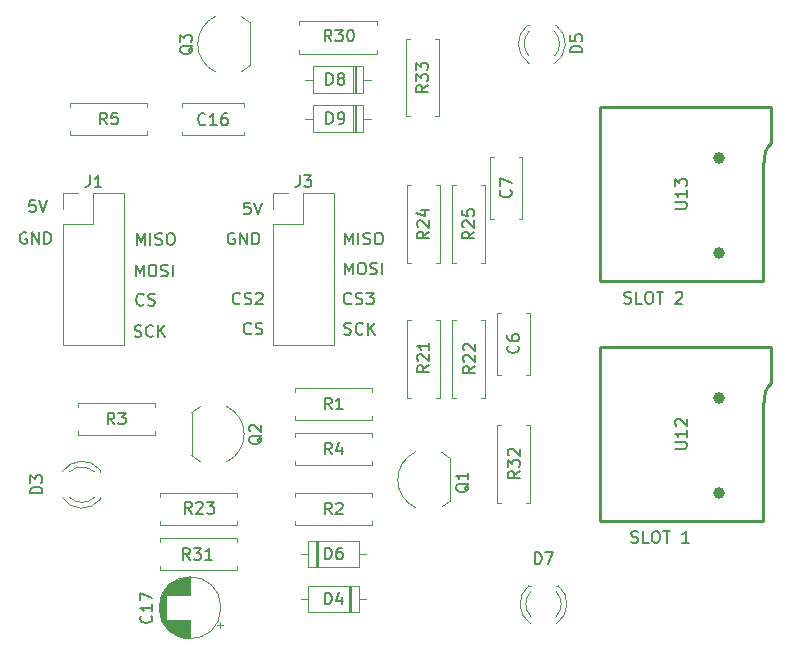
<source format=gbr>
%TF.GenerationSoftware,KiCad,Pcbnew,(6.0.2)*%
%TF.CreationDate,2022-07-07T23:12:26-05:00*%
%TF.ProjectId,ExtCard,45787443-6172-4642-9e6b-696361645f70,rev?*%
%TF.SameCoordinates,Original*%
%TF.FileFunction,Legend,Top*%
%TF.FilePolarity,Positive*%
%FSLAX46Y46*%
G04 Gerber Fmt 4.6, Leading zero omitted, Abs format (unit mm)*
G04 Created by KiCad (PCBNEW (6.0.2)) date 2022-07-07 23:12:26*
%MOMM*%
%LPD*%
G01*
G04 APERTURE LIST*
%ADD10C,0.150000*%
%ADD11C,0.120000*%
%ADD12C,0.250000*%
%ADD13C,1.000000*%
G04 APERTURE END LIST*
D10*
X85467142Y-111537142D02*
X85419523Y-111584761D01*
X85276666Y-111632380D01*
X85181428Y-111632380D01*
X85038571Y-111584761D01*
X84943333Y-111489523D01*
X84895714Y-111394285D01*
X84848095Y-111203809D01*
X84848095Y-111060952D01*
X84895714Y-110870476D01*
X84943333Y-110775238D01*
X85038571Y-110680000D01*
X85181428Y-110632380D01*
X85276666Y-110632380D01*
X85419523Y-110680000D01*
X85467142Y-110727619D01*
X85848095Y-111584761D02*
X85990952Y-111632380D01*
X86229047Y-111632380D01*
X86324285Y-111584761D01*
X86371904Y-111537142D01*
X86419523Y-111441904D01*
X86419523Y-111346666D01*
X86371904Y-111251428D01*
X86324285Y-111203809D01*
X86229047Y-111156190D01*
X86038571Y-111108571D01*
X85943333Y-111060952D01*
X85895714Y-111013333D01*
X85848095Y-110918095D01*
X85848095Y-110822857D01*
X85895714Y-110727619D01*
X85943333Y-110680000D01*
X86038571Y-110632380D01*
X86276666Y-110632380D01*
X86419523Y-110680000D01*
X86800476Y-110727619D02*
X86848095Y-110680000D01*
X86943333Y-110632380D01*
X87181428Y-110632380D01*
X87276666Y-110680000D01*
X87324285Y-110727619D01*
X87371904Y-110822857D01*
X87371904Y-110918095D01*
X87324285Y-111060952D01*
X86752857Y-111632380D01*
X87371904Y-111632380D01*
X94877142Y-111527142D02*
X94829523Y-111574761D01*
X94686666Y-111622380D01*
X94591428Y-111622380D01*
X94448571Y-111574761D01*
X94353333Y-111479523D01*
X94305714Y-111384285D01*
X94258095Y-111193809D01*
X94258095Y-111050952D01*
X94305714Y-110860476D01*
X94353333Y-110765238D01*
X94448571Y-110670000D01*
X94591428Y-110622380D01*
X94686666Y-110622380D01*
X94829523Y-110670000D01*
X94877142Y-110717619D01*
X95258095Y-111574761D02*
X95400952Y-111622380D01*
X95639047Y-111622380D01*
X95734285Y-111574761D01*
X95781904Y-111527142D01*
X95829523Y-111431904D01*
X95829523Y-111336666D01*
X95781904Y-111241428D01*
X95734285Y-111193809D01*
X95639047Y-111146190D01*
X95448571Y-111098571D01*
X95353333Y-111050952D01*
X95305714Y-111003333D01*
X95258095Y-110908095D01*
X95258095Y-110812857D01*
X95305714Y-110717619D01*
X95353333Y-110670000D01*
X95448571Y-110622380D01*
X95686666Y-110622380D01*
X95829523Y-110670000D01*
X96162857Y-110622380D02*
X96781904Y-110622380D01*
X96448571Y-111003333D01*
X96591428Y-111003333D01*
X96686666Y-111050952D01*
X96734285Y-111098571D01*
X96781904Y-111193809D01*
X96781904Y-111431904D01*
X96734285Y-111527142D01*
X96686666Y-111574761D01*
X96591428Y-111622380D01*
X96305714Y-111622380D01*
X96210476Y-111574761D01*
X96162857Y-111527142D01*
X94294285Y-114134761D02*
X94437142Y-114182380D01*
X94675238Y-114182380D01*
X94770476Y-114134761D01*
X94818095Y-114087142D01*
X94865714Y-113991904D01*
X94865714Y-113896666D01*
X94818095Y-113801428D01*
X94770476Y-113753809D01*
X94675238Y-113706190D01*
X94484761Y-113658571D01*
X94389523Y-113610952D01*
X94341904Y-113563333D01*
X94294285Y-113468095D01*
X94294285Y-113372857D01*
X94341904Y-113277619D01*
X94389523Y-113230000D01*
X94484761Y-113182380D01*
X94722857Y-113182380D01*
X94865714Y-113230000D01*
X95865714Y-114087142D02*
X95818095Y-114134761D01*
X95675238Y-114182380D01*
X95580000Y-114182380D01*
X95437142Y-114134761D01*
X95341904Y-114039523D01*
X95294285Y-113944285D01*
X95246666Y-113753809D01*
X95246666Y-113610952D01*
X95294285Y-113420476D01*
X95341904Y-113325238D01*
X95437142Y-113230000D01*
X95580000Y-113182380D01*
X95675238Y-113182380D01*
X95818095Y-113230000D01*
X95865714Y-113277619D01*
X96294285Y-114182380D02*
X96294285Y-113182380D01*
X96865714Y-114182380D02*
X96437142Y-113610952D01*
X96865714Y-113182380D02*
X96294285Y-113753809D01*
X86413333Y-114077142D02*
X86365714Y-114124761D01*
X86222857Y-114172380D01*
X86127619Y-114172380D01*
X85984761Y-114124761D01*
X85889523Y-114029523D01*
X85841904Y-113934285D01*
X85794285Y-113743809D01*
X85794285Y-113600952D01*
X85841904Y-113410476D01*
X85889523Y-113315238D01*
X85984761Y-113220000D01*
X86127619Y-113172380D01*
X86222857Y-113172380D01*
X86365714Y-113220000D01*
X86413333Y-113267619D01*
X86794285Y-114124761D02*
X86937142Y-114172380D01*
X87175238Y-114172380D01*
X87270476Y-114124761D01*
X87318095Y-114077142D01*
X87365714Y-113981904D01*
X87365714Y-113886666D01*
X87318095Y-113791428D01*
X87270476Y-113743809D01*
X87175238Y-113696190D01*
X86984761Y-113648571D01*
X86889523Y-113600952D01*
X86841904Y-113553333D01*
X86794285Y-113458095D01*
X86794285Y-113362857D01*
X86841904Y-113267619D01*
X86889523Y-113220000D01*
X86984761Y-113172380D01*
X87222857Y-113172380D01*
X87365714Y-113220000D01*
X118577619Y-131764761D02*
X118720476Y-131812380D01*
X118958571Y-131812380D01*
X119053809Y-131764761D01*
X119101428Y-131717142D01*
X119149047Y-131621904D01*
X119149047Y-131526666D01*
X119101428Y-131431428D01*
X119053809Y-131383809D01*
X118958571Y-131336190D01*
X118768095Y-131288571D01*
X118672857Y-131240952D01*
X118625238Y-131193333D01*
X118577619Y-131098095D01*
X118577619Y-131002857D01*
X118625238Y-130907619D01*
X118672857Y-130860000D01*
X118768095Y-130812380D01*
X119006190Y-130812380D01*
X119149047Y-130860000D01*
X120053809Y-131812380D02*
X119577619Y-131812380D01*
X119577619Y-130812380D01*
X120577619Y-130812380D02*
X120768095Y-130812380D01*
X120863333Y-130860000D01*
X120958571Y-130955238D01*
X121006190Y-131145714D01*
X121006190Y-131479047D01*
X120958571Y-131669523D01*
X120863333Y-131764761D01*
X120768095Y-131812380D01*
X120577619Y-131812380D01*
X120482380Y-131764761D01*
X120387142Y-131669523D01*
X120339523Y-131479047D01*
X120339523Y-131145714D01*
X120387142Y-130955238D01*
X120482380Y-130860000D01*
X120577619Y-130812380D01*
X121291904Y-130812380D02*
X121863333Y-130812380D01*
X121577619Y-131812380D02*
X121577619Y-130812380D01*
X123482380Y-131812380D02*
X122910952Y-131812380D01*
X123196666Y-131812380D02*
X123196666Y-130812380D01*
X123101428Y-130955238D01*
X123006190Y-131050476D01*
X122910952Y-131098095D01*
X76628571Y-109252380D02*
X76628571Y-108252380D01*
X76961904Y-108966666D01*
X77295238Y-108252380D01*
X77295238Y-109252380D01*
X77961904Y-108252380D02*
X78152380Y-108252380D01*
X78247619Y-108300000D01*
X78342857Y-108395238D01*
X78390476Y-108585714D01*
X78390476Y-108919047D01*
X78342857Y-109109523D01*
X78247619Y-109204761D01*
X78152380Y-109252380D01*
X77961904Y-109252380D01*
X77866666Y-109204761D01*
X77771428Y-109109523D01*
X77723809Y-108919047D01*
X77723809Y-108585714D01*
X77771428Y-108395238D01*
X77866666Y-108300000D01*
X77961904Y-108252380D01*
X78771428Y-109204761D02*
X78914285Y-109252380D01*
X79152380Y-109252380D01*
X79247619Y-109204761D01*
X79295238Y-109157142D01*
X79342857Y-109061904D01*
X79342857Y-108966666D01*
X79295238Y-108871428D01*
X79247619Y-108823809D01*
X79152380Y-108776190D01*
X78961904Y-108728571D01*
X78866666Y-108680952D01*
X78819047Y-108633333D01*
X78771428Y-108538095D01*
X78771428Y-108442857D01*
X78819047Y-108347619D01*
X78866666Y-108300000D01*
X78961904Y-108252380D01*
X79200000Y-108252380D01*
X79342857Y-108300000D01*
X79771428Y-109252380D02*
X79771428Y-108252380D01*
X76738571Y-106602380D02*
X76738571Y-105602380D01*
X77071904Y-106316666D01*
X77405238Y-105602380D01*
X77405238Y-106602380D01*
X77881428Y-106602380D02*
X77881428Y-105602380D01*
X78310000Y-106554761D02*
X78452857Y-106602380D01*
X78690952Y-106602380D01*
X78786190Y-106554761D01*
X78833809Y-106507142D01*
X78881428Y-106411904D01*
X78881428Y-106316666D01*
X78833809Y-106221428D01*
X78786190Y-106173809D01*
X78690952Y-106126190D01*
X78500476Y-106078571D01*
X78405238Y-106030952D01*
X78357619Y-105983333D01*
X78310000Y-105888095D01*
X78310000Y-105792857D01*
X78357619Y-105697619D01*
X78405238Y-105650000D01*
X78500476Y-105602380D01*
X78738571Y-105602380D01*
X78881428Y-105650000D01*
X79500476Y-105602380D02*
X79690952Y-105602380D01*
X79786190Y-105650000D01*
X79881428Y-105745238D01*
X79929047Y-105935714D01*
X79929047Y-106269047D01*
X79881428Y-106459523D01*
X79786190Y-106554761D01*
X79690952Y-106602380D01*
X79500476Y-106602380D01*
X79405238Y-106554761D01*
X79310000Y-106459523D01*
X79262380Y-106269047D01*
X79262380Y-105935714D01*
X79310000Y-105745238D01*
X79405238Y-105650000D01*
X79500476Y-105602380D01*
X67388095Y-105540000D02*
X67292857Y-105492380D01*
X67150000Y-105492380D01*
X67007142Y-105540000D01*
X66911904Y-105635238D01*
X66864285Y-105730476D01*
X66816666Y-105920952D01*
X66816666Y-106063809D01*
X66864285Y-106254285D01*
X66911904Y-106349523D01*
X67007142Y-106444761D01*
X67150000Y-106492380D01*
X67245238Y-106492380D01*
X67388095Y-106444761D01*
X67435714Y-106397142D01*
X67435714Y-106063809D01*
X67245238Y-106063809D01*
X67864285Y-106492380D02*
X67864285Y-105492380D01*
X68435714Y-106492380D01*
X68435714Y-105492380D01*
X68911904Y-106492380D02*
X68911904Y-105492380D01*
X69150000Y-105492380D01*
X69292857Y-105540000D01*
X69388095Y-105635238D01*
X69435714Y-105730476D01*
X69483333Y-105920952D01*
X69483333Y-106063809D01*
X69435714Y-106254285D01*
X69388095Y-106349523D01*
X69292857Y-106444761D01*
X69150000Y-106492380D01*
X68911904Y-106492380D01*
X76534285Y-114334761D02*
X76677142Y-114382380D01*
X76915238Y-114382380D01*
X77010476Y-114334761D01*
X77058095Y-114287142D01*
X77105714Y-114191904D01*
X77105714Y-114096666D01*
X77058095Y-114001428D01*
X77010476Y-113953809D01*
X76915238Y-113906190D01*
X76724761Y-113858571D01*
X76629523Y-113810952D01*
X76581904Y-113763333D01*
X76534285Y-113668095D01*
X76534285Y-113572857D01*
X76581904Y-113477619D01*
X76629523Y-113430000D01*
X76724761Y-113382380D01*
X76962857Y-113382380D01*
X77105714Y-113430000D01*
X78105714Y-114287142D02*
X78058095Y-114334761D01*
X77915238Y-114382380D01*
X77820000Y-114382380D01*
X77677142Y-114334761D01*
X77581904Y-114239523D01*
X77534285Y-114144285D01*
X77486666Y-113953809D01*
X77486666Y-113810952D01*
X77534285Y-113620476D01*
X77581904Y-113525238D01*
X77677142Y-113430000D01*
X77820000Y-113382380D01*
X77915238Y-113382380D01*
X78058095Y-113430000D01*
X78105714Y-113477619D01*
X78534285Y-114382380D02*
X78534285Y-113382380D01*
X79105714Y-114382380D02*
X78677142Y-113810952D01*
X79105714Y-113382380D02*
X78534285Y-113953809D01*
X118017619Y-111504761D02*
X118160476Y-111552380D01*
X118398571Y-111552380D01*
X118493809Y-111504761D01*
X118541428Y-111457142D01*
X118589047Y-111361904D01*
X118589047Y-111266666D01*
X118541428Y-111171428D01*
X118493809Y-111123809D01*
X118398571Y-111076190D01*
X118208095Y-111028571D01*
X118112857Y-110980952D01*
X118065238Y-110933333D01*
X118017619Y-110838095D01*
X118017619Y-110742857D01*
X118065238Y-110647619D01*
X118112857Y-110600000D01*
X118208095Y-110552380D01*
X118446190Y-110552380D01*
X118589047Y-110600000D01*
X119493809Y-111552380D02*
X119017619Y-111552380D01*
X119017619Y-110552380D01*
X120017619Y-110552380D02*
X120208095Y-110552380D01*
X120303333Y-110600000D01*
X120398571Y-110695238D01*
X120446190Y-110885714D01*
X120446190Y-111219047D01*
X120398571Y-111409523D01*
X120303333Y-111504761D01*
X120208095Y-111552380D01*
X120017619Y-111552380D01*
X119922380Y-111504761D01*
X119827142Y-111409523D01*
X119779523Y-111219047D01*
X119779523Y-110885714D01*
X119827142Y-110695238D01*
X119922380Y-110600000D01*
X120017619Y-110552380D01*
X120731904Y-110552380D02*
X121303333Y-110552380D01*
X121017619Y-111552380D02*
X121017619Y-110552380D01*
X122350952Y-110647619D02*
X122398571Y-110600000D01*
X122493809Y-110552380D01*
X122731904Y-110552380D01*
X122827142Y-110600000D01*
X122874761Y-110647619D01*
X122922380Y-110742857D01*
X122922380Y-110838095D01*
X122874761Y-110980952D01*
X122303333Y-111552380D01*
X122922380Y-111552380D01*
X94348571Y-109092380D02*
X94348571Y-108092380D01*
X94681904Y-108806666D01*
X95015238Y-108092380D01*
X95015238Y-109092380D01*
X95681904Y-108092380D02*
X95872380Y-108092380D01*
X95967619Y-108140000D01*
X96062857Y-108235238D01*
X96110476Y-108425714D01*
X96110476Y-108759047D01*
X96062857Y-108949523D01*
X95967619Y-109044761D01*
X95872380Y-109092380D01*
X95681904Y-109092380D01*
X95586666Y-109044761D01*
X95491428Y-108949523D01*
X95443809Y-108759047D01*
X95443809Y-108425714D01*
X95491428Y-108235238D01*
X95586666Y-108140000D01*
X95681904Y-108092380D01*
X96491428Y-109044761D02*
X96634285Y-109092380D01*
X96872380Y-109092380D01*
X96967619Y-109044761D01*
X97015238Y-108997142D01*
X97062857Y-108901904D01*
X97062857Y-108806666D01*
X97015238Y-108711428D01*
X96967619Y-108663809D01*
X96872380Y-108616190D01*
X96681904Y-108568571D01*
X96586666Y-108520952D01*
X96539047Y-108473333D01*
X96491428Y-108378095D01*
X96491428Y-108282857D01*
X96539047Y-108187619D01*
X96586666Y-108140000D01*
X96681904Y-108092380D01*
X96920000Y-108092380D01*
X97062857Y-108140000D01*
X97491428Y-109092380D02*
X97491428Y-108092380D01*
X94348571Y-106552380D02*
X94348571Y-105552380D01*
X94681904Y-106266666D01*
X95015238Y-105552380D01*
X95015238Y-106552380D01*
X95491428Y-106552380D02*
X95491428Y-105552380D01*
X95920000Y-106504761D02*
X96062857Y-106552380D01*
X96300952Y-106552380D01*
X96396190Y-106504761D01*
X96443809Y-106457142D01*
X96491428Y-106361904D01*
X96491428Y-106266666D01*
X96443809Y-106171428D01*
X96396190Y-106123809D01*
X96300952Y-106076190D01*
X96110476Y-106028571D01*
X96015238Y-105980952D01*
X95967619Y-105933333D01*
X95920000Y-105838095D01*
X95920000Y-105742857D01*
X95967619Y-105647619D01*
X96015238Y-105600000D01*
X96110476Y-105552380D01*
X96348571Y-105552380D01*
X96491428Y-105600000D01*
X97110476Y-105552380D02*
X97300952Y-105552380D01*
X97396190Y-105600000D01*
X97491428Y-105695238D01*
X97539047Y-105885714D01*
X97539047Y-106219047D01*
X97491428Y-106409523D01*
X97396190Y-106504761D01*
X97300952Y-106552380D01*
X97110476Y-106552380D01*
X97015238Y-106504761D01*
X96920000Y-106409523D01*
X96872380Y-106219047D01*
X96872380Y-105885714D01*
X96920000Y-105695238D01*
X97015238Y-105600000D01*
X97110476Y-105552380D01*
X84998095Y-105600000D02*
X84902857Y-105552380D01*
X84760000Y-105552380D01*
X84617142Y-105600000D01*
X84521904Y-105695238D01*
X84474285Y-105790476D01*
X84426666Y-105980952D01*
X84426666Y-106123809D01*
X84474285Y-106314285D01*
X84521904Y-106409523D01*
X84617142Y-106504761D01*
X84760000Y-106552380D01*
X84855238Y-106552380D01*
X84998095Y-106504761D01*
X85045714Y-106457142D01*
X85045714Y-106123809D01*
X84855238Y-106123809D01*
X85474285Y-106552380D02*
X85474285Y-105552380D01*
X86045714Y-106552380D01*
X86045714Y-105552380D01*
X86521904Y-106552380D02*
X86521904Y-105552380D01*
X86760000Y-105552380D01*
X86902857Y-105600000D01*
X86998095Y-105695238D01*
X87045714Y-105790476D01*
X87093333Y-105980952D01*
X87093333Y-106123809D01*
X87045714Y-106314285D01*
X86998095Y-106409523D01*
X86902857Y-106504761D01*
X86760000Y-106552380D01*
X86521904Y-106552380D01*
X86309523Y-103012380D02*
X85833333Y-103012380D01*
X85785714Y-103488571D01*
X85833333Y-103440952D01*
X85928571Y-103393333D01*
X86166666Y-103393333D01*
X86261904Y-103440952D01*
X86309523Y-103488571D01*
X86357142Y-103583809D01*
X86357142Y-103821904D01*
X86309523Y-103917142D01*
X86261904Y-103964761D01*
X86166666Y-104012380D01*
X85928571Y-104012380D01*
X85833333Y-103964761D01*
X85785714Y-103917142D01*
X86642857Y-103012380D02*
X86976190Y-104012380D01*
X87309523Y-103012380D01*
X68139523Y-102802380D02*
X67663333Y-102802380D01*
X67615714Y-103278571D01*
X67663333Y-103230952D01*
X67758571Y-103183333D01*
X67996666Y-103183333D01*
X68091904Y-103230952D01*
X68139523Y-103278571D01*
X68187142Y-103373809D01*
X68187142Y-103611904D01*
X68139523Y-103707142D01*
X68091904Y-103754761D01*
X67996666Y-103802380D01*
X67758571Y-103802380D01*
X67663333Y-103754761D01*
X67615714Y-103707142D01*
X68472857Y-102802380D02*
X68806190Y-103802380D01*
X69139523Y-102802380D01*
X77303333Y-111627142D02*
X77255714Y-111674761D01*
X77112857Y-111722380D01*
X77017619Y-111722380D01*
X76874761Y-111674761D01*
X76779523Y-111579523D01*
X76731904Y-111484285D01*
X76684285Y-111293809D01*
X76684285Y-111150952D01*
X76731904Y-110960476D01*
X76779523Y-110865238D01*
X76874761Y-110770000D01*
X77017619Y-110722380D01*
X77112857Y-110722380D01*
X77255714Y-110770000D01*
X77303333Y-110817619D01*
X77684285Y-111674761D02*
X77827142Y-111722380D01*
X78065238Y-111722380D01*
X78160476Y-111674761D01*
X78208095Y-111627142D01*
X78255714Y-111531904D01*
X78255714Y-111436666D01*
X78208095Y-111341428D01*
X78160476Y-111293809D01*
X78065238Y-111246190D01*
X77874761Y-111198571D01*
X77779523Y-111150952D01*
X77731904Y-111103333D01*
X77684285Y-111008095D01*
X77684285Y-110912857D01*
X77731904Y-110817619D01*
X77779523Y-110770000D01*
X77874761Y-110722380D01*
X78112857Y-110722380D01*
X78255714Y-110770000D01*
%TO.C,D6*%
X92641904Y-133222380D02*
X92641904Y-132222380D01*
X92880000Y-132222380D01*
X93022857Y-132270000D01*
X93118095Y-132365238D01*
X93165714Y-132460476D01*
X93213333Y-132650952D01*
X93213333Y-132793809D01*
X93165714Y-132984285D01*
X93118095Y-133079523D01*
X93022857Y-133174761D01*
X92880000Y-133222380D01*
X92641904Y-133222380D01*
X94070476Y-132222380D02*
X93880000Y-132222380D01*
X93784761Y-132270000D01*
X93737142Y-132317619D01*
X93641904Y-132460476D01*
X93594285Y-132650952D01*
X93594285Y-133031904D01*
X93641904Y-133127142D01*
X93689523Y-133174761D01*
X93784761Y-133222380D01*
X93975238Y-133222380D01*
X94070476Y-133174761D01*
X94118095Y-133127142D01*
X94165714Y-133031904D01*
X94165714Y-132793809D01*
X94118095Y-132698571D01*
X94070476Y-132650952D01*
X93975238Y-132603333D01*
X93784761Y-132603333D01*
X93689523Y-132650952D01*
X93641904Y-132698571D01*
X93594285Y-132793809D01*
%TO.C,R2*%
X93213333Y-129412380D02*
X92880000Y-128936190D01*
X92641904Y-129412380D02*
X92641904Y-128412380D01*
X93022857Y-128412380D01*
X93118095Y-128460000D01*
X93165714Y-128507619D01*
X93213333Y-128602857D01*
X93213333Y-128745714D01*
X93165714Y-128840952D01*
X93118095Y-128888571D01*
X93022857Y-128936190D01*
X92641904Y-128936190D01*
X93594285Y-128507619D02*
X93641904Y-128460000D01*
X93737142Y-128412380D01*
X93975238Y-128412380D01*
X94070476Y-128460000D01*
X94118095Y-128507619D01*
X94165714Y-128602857D01*
X94165714Y-128698095D01*
X94118095Y-128840952D01*
X93546666Y-129412380D01*
X94165714Y-129412380D01*
%TO.C,R21*%
X101472380Y-116782857D02*
X100996190Y-117116190D01*
X101472380Y-117354285D02*
X100472380Y-117354285D01*
X100472380Y-116973333D01*
X100520000Y-116878095D01*
X100567619Y-116830476D01*
X100662857Y-116782857D01*
X100805714Y-116782857D01*
X100900952Y-116830476D01*
X100948571Y-116878095D01*
X100996190Y-116973333D01*
X100996190Y-117354285D01*
X100567619Y-116401904D02*
X100520000Y-116354285D01*
X100472380Y-116259047D01*
X100472380Y-116020952D01*
X100520000Y-115925714D01*
X100567619Y-115878095D01*
X100662857Y-115830476D01*
X100758095Y-115830476D01*
X100900952Y-115878095D01*
X101472380Y-116449523D01*
X101472380Y-115830476D01*
X101472380Y-114878095D02*
X101472380Y-115449523D01*
X101472380Y-115163809D02*
X100472380Y-115163809D01*
X100615238Y-115259047D01*
X100710476Y-115354285D01*
X100758095Y-115449523D01*
%TO.C,D9*%
X92777904Y-96348380D02*
X92777904Y-95348380D01*
X93016000Y-95348380D01*
X93158857Y-95396000D01*
X93254095Y-95491238D01*
X93301714Y-95586476D01*
X93349333Y-95776952D01*
X93349333Y-95919809D01*
X93301714Y-96110285D01*
X93254095Y-96205523D01*
X93158857Y-96300761D01*
X93016000Y-96348380D01*
X92777904Y-96348380D01*
X93825523Y-96348380D02*
X94016000Y-96348380D01*
X94111238Y-96300761D01*
X94158857Y-96253142D01*
X94254095Y-96110285D01*
X94301714Y-95919809D01*
X94301714Y-95538857D01*
X94254095Y-95443619D01*
X94206476Y-95396000D01*
X94111238Y-95348380D01*
X93920761Y-95348380D01*
X93825523Y-95396000D01*
X93777904Y-95443619D01*
X93730285Y-95538857D01*
X93730285Y-95776952D01*
X93777904Y-95872190D01*
X93825523Y-95919809D01*
X93920761Y-95967428D01*
X94111238Y-95967428D01*
X94206476Y-95919809D01*
X94254095Y-95872190D01*
X94301714Y-95776952D01*
%TO.C,Q2*%
X87327619Y-122705238D02*
X87280000Y-122800476D01*
X87184761Y-122895714D01*
X87041904Y-123038571D01*
X86994285Y-123133809D01*
X86994285Y-123229047D01*
X87232380Y-123181428D02*
X87184761Y-123276666D01*
X87089523Y-123371904D01*
X86899047Y-123419523D01*
X86565714Y-123419523D01*
X86375238Y-123371904D01*
X86280000Y-123276666D01*
X86232380Y-123181428D01*
X86232380Y-122990952D01*
X86280000Y-122895714D01*
X86375238Y-122800476D01*
X86565714Y-122752857D01*
X86899047Y-122752857D01*
X87089523Y-122800476D01*
X87184761Y-122895714D01*
X87232380Y-122990952D01*
X87232380Y-123181428D01*
X86327619Y-122371904D02*
X86280000Y-122324285D01*
X86232380Y-122229047D01*
X86232380Y-121990952D01*
X86280000Y-121895714D01*
X86327619Y-121848095D01*
X86422857Y-121800476D01*
X86518095Y-121800476D01*
X86660952Y-121848095D01*
X87232380Y-122419523D01*
X87232380Y-121800476D01*
%TO.C,D4*%
X92641904Y-137032380D02*
X92641904Y-136032380D01*
X92880000Y-136032380D01*
X93022857Y-136080000D01*
X93118095Y-136175238D01*
X93165714Y-136270476D01*
X93213333Y-136460952D01*
X93213333Y-136603809D01*
X93165714Y-136794285D01*
X93118095Y-136889523D01*
X93022857Y-136984761D01*
X92880000Y-137032380D01*
X92641904Y-137032380D01*
X94070476Y-136365714D02*
X94070476Y-137032380D01*
X93832380Y-135984761D02*
X93594285Y-136699047D01*
X94213333Y-136699047D01*
%TO.C,R31*%
X81207142Y-133252380D02*
X80873809Y-132776190D01*
X80635714Y-133252380D02*
X80635714Y-132252380D01*
X81016666Y-132252380D01*
X81111904Y-132300000D01*
X81159523Y-132347619D01*
X81207142Y-132442857D01*
X81207142Y-132585714D01*
X81159523Y-132680952D01*
X81111904Y-132728571D01*
X81016666Y-132776190D01*
X80635714Y-132776190D01*
X81540476Y-132252380D02*
X82159523Y-132252380D01*
X81826190Y-132633333D01*
X81969047Y-132633333D01*
X82064285Y-132680952D01*
X82111904Y-132728571D01*
X82159523Y-132823809D01*
X82159523Y-133061904D01*
X82111904Y-133157142D01*
X82064285Y-133204761D01*
X81969047Y-133252380D01*
X81683333Y-133252380D01*
X81588095Y-133204761D01*
X81540476Y-133157142D01*
X83111904Y-133252380D02*
X82540476Y-133252380D01*
X82826190Y-133252380D02*
X82826190Y-132252380D01*
X82730952Y-132395238D01*
X82635714Y-132490476D01*
X82540476Y-132538095D01*
%TO.C,D5*%
X114432380Y-90298095D02*
X113432380Y-90298095D01*
X113432380Y-90060000D01*
X113480000Y-89917142D01*
X113575238Y-89821904D01*
X113670476Y-89774285D01*
X113860952Y-89726666D01*
X114003809Y-89726666D01*
X114194285Y-89774285D01*
X114289523Y-89821904D01*
X114384761Y-89917142D01*
X114432380Y-90060000D01*
X114432380Y-90298095D01*
X113432380Y-88821904D02*
X113432380Y-89298095D01*
X113908571Y-89345714D01*
X113860952Y-89298095D01*
X113813333Y-89202857D01*
X113813333Y-88964761D01*
X113860952Y-88869523D01*
X113908571Y-88821904D01*
X114003809Y-88774285D01*
X114241904Y-88774285D01*
X114337142Y-88821904D01*
X114384761Y-88869523D01*
X114432380Y-88964761D01*
X114432380Y-89202857D01*
X114384761Y-89298095D01*
X114337142Y-89345714D01*
%TO.C,C17*%
X77927142Y-137972857D02*
X77974761Y-138020476D01*
X78022380Y-138163333D01*
X78022380Y-138258571D01*
X77974761Y-138401428D01*
X77879523Y-138496666D01*
X77784285Y-138544285D01*
X77593809Y-138591904D01*
X77450952Y-138591904D01*
X77260476Y-138544285D01*
X77165238Y-138496666D01*
X77070000Y-138401428D01*
X77022380Y-138258571D01*
X77022380Y-138163333D01*
X77070000Y-138020476D01*
X77117619Y-137972857D01*
X78022380Y-137020476D02*
X78022380Y-137591904D01*
X78022380Y-137306190D02*
X77022380Y-137306190D01*
X77165238Y-137401428D01*
X77260476Y-137496666D01*
X77308095Y-137591904D01*
X77022380Y-136687142D02*
X77022380Y-136020476D01*
X78022380Y-136449047D01*
%TO.C,Q1*%
X104857619Y-126765238D02*
X104810000Y-126860476D01*
X104714761Y-126955714D01*
X104571904Y-127098571D01*
X104524285Y-127193809D01*
X104524285Y-127289047D01*
X104762380Y-127241428D02*
X104714761Y-127336666D01*
X104619523Y-127431904D01*
X104429047Y-127479523D01*
X104095714Y-127479523D01*
X103905238Y-127431904D01*
X103810000Y-127336666D01*
X103762380Y-127241428D01*
X103762380Y-127050952D01*
X103810000Y-126955714D01*
X103905238Y-126860476D01*
X104095714Y-126812857D01*
X104429047Y-126812857D01*
X104619523Y-126860476D01*
X104714761Y-126955714D01*
X104762380Y-127050952D01*
X104762380Y-127241428D01*
X104762380Y-125860476D02*
X104762380Y-126431904D01*
X104762380Y-126146190D02*
X103762380Y-126146190D01*
X103905238Y-126241428D01*
X104000476Y-126336666D01*
X104048095Y-126431904D01*
%TO.C,J3*%
X90506666Y-100682380D02*
X90506666Y-101396666D01*
X90459047Y-101539523D01*
X90363809Y-101634761D01*
X90220952Y-101682380D01*
X90125714Y-101682380D01*
X90887619Y-100682380D02*
X91506666Y-100682380D01*
X91173333Y-101063333D01*
X91316190Y-101063333D01*
X91411428Y-101110952D01*
X91459047Y-101158571D01*
X91506666Y-101253809D01*
X91506666Y-101491904D01*
X91459047Y-101587142D01*
X91411428Y-101634761D01*
X91316190Y-101682380D01*
X91030476Y-101682380D01*
X90935238Y-101634761D01*
X90887619Y-101587142D01*
%TO.C,R25*%
X105296380Y-105472857D02*
X104820190Y-105806190D01*
X105296380Y-106044285D02*
X104296380Y-106044285D01*
X104296380Y-105663333D01*
X104344000Y-105568095D01*
X104391619Y-105520476D01*
X104486857Y-105472857D01*
X104629714Y-105472857D01*
X104724952Y-105520476D01*
X104772571Y-105568095D01*
X104820190Y-105663333D01*
X104820190Y-106044285D01*
X104391619Y-105091904D02*
X104344000Y-105044285D01*
X104296380Y-104949047D01*
X104296380Y-104710952D01*
X104344000Y-104615714D01*
X104391619Y-104568095D01*
X104486857Y-104520476D01*
X104582095Y-104520476D01*
X104724952Y-104568095D01*
X105296380Y-105139523D01*
X105296380Y-104520476D01*
X104296380Y-103615714D02*
X104296380Y-104091904D01*
X104772571Y-104139523D01*
X104724952Y-104091904D01*
X104677333Y-103996666D01*
X104677333Y-103758571D01*
X104724952Y-103663333D01*
X104772571Y-103615714D01*
X104867809Y-103568095D01*
X105105904Y-103568095D01*
X105201142Y-103615714D01*
X105248761Y-103663333D01*
X105296380Y-103758571D01*
X105296380Y-103996666D01*
X105248761Y-104091904D01*
X105201142Y-104139523D01*
%TO.C,R1*%
X93213333Y-120522380D02*
X92880000Y-120046190D01*
X92641904Y-120522380D02*
X92641904Y-119522380D01*
X93022857Y-119522380D01*
X93118095Y-119570000D01*
X93165714Y-119617619D01*
X93213333Y-119712857D01*
X93213333Y-119855714D01*
X93165714Y-119950952D01*
X93118095Y-119998571D01*
X93022857Y-120046190D01*
X92641904Y-120046190D01*
X94165714Y-120522380D02*
X93594285Y-120522380D01*
X93880000Y-120522380D02*
X93880000Y-119522380D01*
X93784761Y-119665238D01*
X93689523Y-119760476D01*
X93594285Y-119808095D01*
%TO.C,Q3*%
X81477619Y-89685238D02*
X81430000Y-89780476D01*
X81334761Y-89875714D01*
X81191904Y-90018571D01*
X81144285Y-90113809D01*
X81144285Y-90209047D01*
X81382380Y-90161428D02*
X81334761Y-90256666D01*
X81239523Y-90351904D01*
X81049047Y-90399523D01*
X80715714Y-90399523D01*
X80525238Y-90351904D01*
X80430000Y-90256666D01*
X80382380Y-90161428D01*
X80382380Y-89970952D01*
X80430000Y-89875714D01*
X80525238Y-89780476D01*
X80715714Y-89732857D01*
X81049047Y-89732857D01*
X81239523Y-89780476D01*
X81334761Y-89875714D01*
X81382380Y-89970952D01*
X81382380Y-90161428D01*
X80382380Y-89399523D02*
X80382380Y-88780476D01*
X80763333Y-89113809D01*
X80763333Y-88970952D01*
X80810952Y-88875714D01*
X80858571Y-88828095D01*
X80953809Y-88780476D01*
X81191904Y-88780476D01*
X81287142Y-88828095D01*
X81334761Y-88875714D01*
X81382380Y-88970952D01*
X81382380Y-89256666D01*
X81334761Y-89351904D01*
X81287142Y-89399523D01*
%TO.C,U13*%
X122292380Y-103528095D02*
X123101904Y-103528095D01*
X123197142Y-103480476D01*
X123244761Y-103432857D01*
X123292380Y-103337619D01*
X123292380Y-103147142D01*
X123244761Y-103051904D01*
X123197142Y-103004285D01*
X123101904Y-102956666D01*
X122292380Y-102956666D01*
X123292380Y-101956666D02*
X123292380Y-102528095D01*
X123292380Y-102242380D02*
X122292380Y-102242380D01*
X122435238Y-102337619D01*
X122530476Y-102432857D01*
X122578095Y-102528095D01*
X122292380Y-101623333D02*
X122292380Y-101004285D01*
X122673333Y-101337619D01*
X122673333Y-101194761D01*
X122720952Y-101099523D01*
X122768571Y-101051904D01*
X122863809Y-101004285D01*
X123101904Y-101004285D01*
X123197142Y-101051904D01*
X123244761Y-101099523D01*
X123292380Y-101194761D01*
X123292380Y-101480476D01*
X123244761Y-101575714D01*
X123197142Y-101623333D01*
%TO.C,C7*%
X108367142Y-101956666D02*
X108414761Y-102004285D01*
X108462380Y-102147142D01*
X108462380Y-102242380D01*
X108414761Y-102385238D01*
X108319523Y-102480476D01*
X108224285Y-102528095D01*
X108033809Y-102575714D01*
X107890952Y-102575714D01*
X107700476Y-102528095D01*
X107605238Y-102480476D01*
X107510000Y-102385238D01*
X107462380Y-102242380D01*
X107462380Y-102147142D01*
X107510000Y-102004285D01*
X107557619Y-101956666D01*
X107462380Y-101623333D02*
X107462380Y-100956666D01*
X108462380Y-101385238D01*
%TO.C,R5*%
X74163333Y-96392380D02*
X73830000Y-95916190D01*
X73591904Y-96392380D02*
X73591904Y-95392380D01*
X73972857Y-95392380D01*
X74068095Y-95440000D01*
X74115714Y-95487619D01*
X74163333Y-95582857D01*
X74163333Y-95725714D01*
X74115714Y-95820952D01*
X74068095Y-95868571D01*
X73972857Y-95916190D01*
X73591904Y-95916190D01*
X75068095Y-95392380D02*
X74591904Y-95392380D01*
X74544285Y-95868571D01*
X74591904Y-95820952D01*
X74687142Y-95773333D01*
X74925238Y-95773333D01*
X75020476Y-95820952D01*
X75068095Y-95868571D01*
X75115714Y-95963809D01*
X75115714Y-96201904D01*
X75068095Y-96297142D01*
X75020476Y-96344761D01*
X74925238Y-96392380D01*
X74687142Y-96392380D01*
X74591904Y-96344761D01*
X74544285Y-96297142D01*
%TO.C,R32*%
X109142380Y-125732857D02*
X108666190Y-126066190D01*
X109142380Y-126304285D02*
X108142380Y-126304285D01*
X108142380Y-125923333D01*
X108190000Y-125828095D01*
X108237619Y-125780476D01*
X108332857Y-125732857D01*
X108475714Y-125732857D01*
X108570952Y-125780476D01*
X108618571Y-125828095D01*
X108666190Y-125923333D01*
X108666190Y-126304285D01*
X108142380Y-125399523D02*
X108142380Y-124780476D01*
X108523333Y-125113809D01*
X108523333Y-124970952D01*
X108570952Y-124875714D01*
X108618571Y-124828095D01*
X108713809Y-124780476D01*
X108951904Y-124780476D01*
X109047142Y-124828095D01*
X109094761Y-124875714D01*
X109142380Y-124970952D01*
X109142380Y-125256666D01*
X109094761Y-125351904D01*
X109047142Y-125399523D01*
X108237619Y-124399523D02*
X108190000Y-124351904D01*
X108142380Y-124256666D01*
X108142380Y-124018571D01*
X108190000Y-123923333D01*
X108237619Y-123875714D01*
X108332857Y-123828095D01*
X108428095Y-123828095D01*
X108570952Y-123875714D01*
X109142380Y-124447142D01*
X109142380Y-123828095D01*
%TO.C,J1*%
X72726666Y-100682380D02*
X72726666Y-101396666D01*
X72679047Y-101539523D01*
X72583809Y-101634761D01*
X72440952Y-101682380D01*
X72345714Y-101682380D01*
X73726666Y-101682380D02*
X73155238Y-101682380D01*
X73440952Y-101682380D02*
X73440952Y-100682380D01*
X73345714Y-100825238D01*
X73250476Y-100920476D01*
X73155238Y-100968095D01*
%TO.C,R22*%
X105342380Y-116842857D02*
X104866190Y-117176190D01*
X105342380Y-117414285D02*
X104342380Y-117414285D01*
X104342380Y-117033333D01*
X104390000Y-116938095D01*
X104437619Y-116890476D01*
X104532857Y-116842857D01*
X104675714Y-116842857D01*
X104770952Y-116890476D01*
X104818571Y-116938095D01*
X104866190Y-117033333D01*
X104866190Y-117414285D01*
X104437619Y-116461904D02*
X104390000Y-116414285D01*
X104342380Y-116319047D01*
X104342380Y-116080952D01*
X104390000Y-115985714D01*
X104437619Y-115938095D01*
X104532857Y-115890476D01*
X104628095Y-115890476D01*
X104770952Y-115938095D01*
X105342380Y-116509523D01*
X105342380Y-115890476D01*
X104437619Y-115509523D02*
X104390000Y-115461904D01*
X104342380Y-115366666D01*
X104342380Y-115128571D01*
X104390000Y-115033333D01*
X104437619Y-114985714D01*
X104532857Y-114938095D01*
X104628095Y-114938095D01*
X104770952Y-114985714D01*
X105342380Y-115557142D01*
X105342380Y-114938095D01*
%TO.C,R3*%
X74823333Y-121782380D02*
X74490000Y-121306190D01*
X74251904Y-121782380D02*
X74251904Y-120782380D01*
X74632857Y-120782380D01*
X74728095Y-120830000D01*
X74775714Y-120877619D01*
X74823333Y-120972857D01*
X74823333Y-121115714D01*
X74775714Y-121210952D01*
X74728095Y-121258571D01*
X74632857Y-121306190D01*
X74251904Y-121306190D01*
X75156666Y-120782380D02*
X75775714Y-120782380D01*
X75442380Y-121163333D01*
X75585238Y-121163333D01*
X75680476Y-121210952D01*
X75728095Y-121258571D01*
X75775714Y-121353809D01*
X75775714Y-121591904D01*
X75728095Y-121687142D01*
X75680476Y-121734761D01*
X75585238Y-121782380D01*
X75299523Y-121782380D01*
X75204285Y-121734761D01*
X75156666Y-121687142D01*
%TO.C,R4*%
X93213333Y-124332380D02*
X92880000Y-123856190D01*
X92641904Y-124332380D02*
X92641904Y-123332380D01*
X93022857Y-123332380D01*
X93118095Y-123380000D01*
X93165714Y-123427619D01*
X93213333Y-123522857D01*
X93213333Y-123665714D01*
X93165714Y-123760952D01*
X93118095Y-123808571D01*
X93022857Y-123856190D01*
X92641904Y-123856190D01*
X94070476Y-123665714D02*
X94070476Y-124332380D01*
X93832380Y-123284761D02*
X93594285Y-123999047D01*
X94213333Y-123999047D01*
%TO.C,R23*%
X81377142Y-129342380D02*
X81043809Y-128866190D01*
X80805714Y-129342380D02*
X80805714Y-128342380D01*
X81186666Y-128342380D01*
X81281904Y-128390000D01*
X81329523Y-128437619D01*
X81377142Y-128532857D01*
X81377142Y-128675714D01*
X81329523Y-128770952D01*
X81281904Y-128818571D01*
X81186666Y-128866190D01*
X80805714Y-128866190D01*
X81758095Y-128437619D02*
X81805714Y-128390000D01*
X81900952Y-128342380D01*
X82139047Y-128342380D01*
X82234285Y-128390000D01*
X82281904Y-128437619D01*
X82329523Y-128532857D01*
X82329523Y-128628095D01*
X82281904Y-128770952D01*
X81710476Y-129342380D01*
X82329523Y-129342380D01*
X82662857Y-128342380D02*
X83281904Y-128342380D01*
X82948571Y-128723333D01*
X83091428Y-128723333D01*
X83186666Y-128770952D01*
X83234285Y-128818571D01*
X83281904Y-128913809D01*
X83281904Y-129151904D01*
X83234285Y-129247142D01*
X83186666Y-129294761D01*
X83091428Y-129342380D01*
X82805714Y-129342380D01*
X82710476Y-129294761D01*
X82662857Y-129247142D01*
%TO.C,R24*%
X101452380Y-105462857D02*
X100976190Y-105796190D01*
X101452380Y-106034285D02*
X100452380Y-106034285D01*
X100452380Y-105653333D01*
X100500000Y-105558095D01*
X100547619Y-105510476D01*
X100642857Y-105462857D01*
X100785714Y-105462857D01*
X100880952Y-105510476D01*
X100928571Y-105558095D01*
X100976190Y-105653333D01*
X100976190Y-106034285D01*
X100547619Y-105081904D02*
X100500000Y-105034285D01*
X100452380Y-104939047D01*
X100452380Y-104700952D01*
X100500000Y-104605714D01*
X100547619Y-104558095D01*
X100642857Y-104510476D01*
X100738095Y-104510476D01*
X100880952Y-104558095D01*
X101452380Y-105129523D01*
X101452380Y-104510476D01*
X100785714Y-103653333D02*
X101452380Y-103653333D01*
X100404761Y-103891428D02*
X101119047Y-104129523D01*
X101119047Y-103510476D01*
%TO.C,D7*%
X110421904Y-133632380D02*
X110421904Y-132632380D01*
X110660000Y-132632380D01*
X110802857Y-132680000D01*
X110898095Y-132775238D01*
X110945714Y-132870476D01*
X110993333Y-133060952D01*
X110993333Y-133203809D01*
X110945714Y-133394285D01*
X110898095Y-133489523D01*
X110802857Y-133584761D01*
X110660000Y-133632380D01*
X110421904Y-133632380D01*
X111326666Y-132632380D02*
X111993333Y-132632380D01*
X111564761Y-133632380D01*
%TO.C,U12*%
X122292380Y-123848095D02*
X123101904Y-123848095D01*
X123197142Y-123800476D01*
X123244761Y-123752857D01*
X123292380Y-123657619D01*
X123292380Y-123467142D01*
X123244761Y-123371904D01*
X123197142Y-123324285D01*
X123101904Y-123276666D01*
X122292380Y-123276666D01*
X123292380Y-122276666D02*
X123292380Y-122848095D01*
X123292380Y-122562380D02*
X122292380Y-122562380D01*
X122435238Y-122657619D01*
X122530476Y-122752857D01*
X122578095Y-122848095D01*
X122387619Y-121895714D02*
X122340000Y-121848095D01*
X122292380Y-121752857D01*
X122292380Y-121514761D01*
X122340000Y-121419523D01*
X122387619Y-121371904D01*
X122482857Y-121324285D01*
X122578095Y-121324285D01*
X122720952Y-121371904D01*
X123292380Y-121943333D01*
X123292380Y-121324285D01*
%TO.C,C6*%
X108977142Y-115116666D02*
X109024761Y-115164285D01*
X109072380Y-115307142D01*
X109072380Y-115402380D01*
X109024761Y-115545238D01*
X108929523Y-115640476D01*
X108834285Y-115688095D01*
X108643809Y-115735714D01*
X108500952Y-115735714D01*
X108310476Y-115688095D01*
X108215238Y-115640476D01*
X108120000Y-115545238D01*
X108072380Y-115402380D01*
X108072380Y-115307142D01*
X108120000Y-115164285D01*
X108167619Y-115116666D01*
X108072380Y-114259523D02*
X108072380Y-114450000D01*
X108120000Y-114545238D01*
X108167619Y-114592857D01*
X108310476Y-114688095D01*
X108500952Y-114735714D01*
X108881904Y-114735714D01*
X108977142Y-114688095D01*
X109024761Y-114640476D01*
X109072380Y-114545238D01*
X109072380Y-114354761D01*
X109024761Y-114259523D01*
X108977142Y-114211904D01*
X108881904Y-114164285D01*
X108643809Y-114164285D01*
X108548571Y-114211904D01*
X108500952Y-114259523D01*
X108453333Y-114354761D01*
X108453333Y-114545238D01*
X108500952Y-114640476D01*
X108548571Y-114688095D01*
X108643809Y-114735714D01*
%TO.C,D3*%
X68727380Y-127628095D02*
X67727380Y-127628095D01*
X67727380Y-127390000D01*
X67775000Y-127247142D01*
X67870238Y-127151904D01*
X67965476Y-127104285D01*
X68155952Y-127056666D01*
X68298809Y-127056666D01*
X68489285Y-127104285D01*
X68584523Y-127151904D01*
X68679761Y-127247142D01*
X68727380Y-127390000D01*
X68727380Y-127628095D01*
X67727380Y-126723333D02*
X67727380Y-126104285D01*
X68108333Y-126437619D01*
X68108333Y-126294761D01*
X68155952Y-126199523D01*
X68203571Y-126151904D01*
X68298809Y-126104285D01*
X68536904Y-126104285D01*
X68632142Y-126151904D01*
X68679761Y-126199523D01*
X68727380Y-126294761D01*
X68727380Y-126580476D01*
X68679761Y-126675714D01*
X68632142Y-126723333D01*
%TO.C,C16*%
X82537142Y-96355142D02*
X82489523Y-96402761D01*
X82346666Y-96450380D01*
X82251428Y-96450380D01*
X82108571Y-96402761D01*
X82013333Y-96307523D01*
X81965714Y-96212285D01*
X81918095Y-96021809D01*
X81918095Y-95878952D01*
X81965714Y-95688476D01*
X82013333Y-95593238D01*
X82108571Y-95498000D01*
X82251428Y-95450380D01*
X82346666Y-95450380D01*
X82489523Y-95498000D01*
X82537142Y-95545619D01*
X83489523Y-96450380D02*
X82918095Y-96450380D01*
X83203809Y-96450380D02*
X83203809Y-95450380D01*
X83108571Y-95593238D01*
X83013333Y-95688476D01*
X82918095Y-95736095D01*
X84346666Y-95450380D02*
X84156190Y-95450380D01*
X84060952Y-95498000D01*
X84013333Y-95545619D01*
X83918095Y-95688476D01*
X83870476Y-95878952D01*
X83870476Y-96259904D01*
X83918095Y-96355142D01*
X83965714Y-96402761D01*
X84060952Y-96450380D01*
X84251428Y-96450380D01*
X84346666Y-96402761D01*
X84394285Y-96355142D01*
X84441904Y-96259904D01*
X84441904Y-96021809D01*
X84394285Y-95926571D01*
X84346666Y-95878952D01*
X84251428Y-95831333D01*
X84060952Y-95831333D01*
X83965714Y-95878952D01*
X83918095Y-95926571D01*
X83870476Y-96021809D01*
%TO.C,R30*%
X93207142Y-89360380D02*
X92873809Y-88884190D01*
X92635714Y-89360380D02*
X92635714Y-88360380D01*
X93016666Y-88360380D01*
X93111904Y-88408000D01*
X93159523Y-88455619D01*
X93207142Y-88550857D01*
X93207142Y-88693714D01*
X93159523Y-88788952D01*
X93111904Y-88836571D01*
X93016666Y-88884190D01*
X92635714Y-88884190D01*
X93540476Y-88360380D02*
X94159523Y-88360380D01*
X93826190Y-88741333D01*
X93969047Y-88741333D01*
X94064285Y-88788952D01*
X94111904Y-88836571D01*
X94159523Y-88931809D01*
X94159523Y-89169904D01*
X94111904Y-89265142D01*
X94064285Y-89312761D01*
X93969047Y-89360380D01*
X93683333Y-89360380D01*
X93588095Y-89312761D01*
X93540476Y-89265142D01*
X94778571Y-88360380D02*
X94873809Y-88360380D01*
X94969047Y-88408000D01*
X95016666Y-88455619D01*
X95064285Y-88550857D01*
X95111904Y-88741333D01*
X95111904Y-88979428D01*
X95064285Y-89169904D01*
X95016666Y-89265142D01*
X94969047Y-89312761D01*
X94873809Y-89360380D01*
X94778571Y-89360380D01*
X94683333Y-89312761D01*
X94635714Y-89265142D01*
X94588095Y-89169904D01*
X94540476Y-88979428D01*
X94540476Y-88741333D01*
X94588095Y-88550857D01*
X94635714Y-88455619D01*
X94683333Y-88408000D01*
X94778571Y-88360380D01*
%TO.C,D8*%
X92777904Y-93046380D02*
X92777904Y-92046380D01*
X93016000Y-92046380D01*
X93158857Y-92094000D01*
X93254095Y-92189238D01*
X93301714Y-92284476D01*
X93349333Y-92474952D01*
X93349333Y-92617809D01*
X93301714Y-92808285D01*
X93254095Y-92903523D01*
X93158857Y-92998761D01*
X93016000Y-93046380D01*
X92777904Y-93046380D01*
X93920761Y-92474952D02*
X93825523Y-92427333D01*
X93777904Y-92379714D01*
X93730285Y-92284476D01*
X93730285Y-92236857D01*
X93777904Y-92141619D01*
X93825523Y-92094000D01*
X93920761Y-92046380D01*
X94111238Y-92046380D01*
X94206476Y-92094000D01*
X94254095Y-92141619D01*
X94301714Y-92236857D01*
X94301714Y-92284476D01*
X94254095Y-92379714D01*
X94206476Y-92427333D01*
X94111238Y-92474952D01*
X93920761Y-92474952D01*
X93825523Y-92522571D01*
X93777904Y-92570190D01*
X93730285Y-92665428D01*
X93730285Y-92855904D01*
X93777904Y-92951142D01*
X93825523Y-92998761D01*
X93920761Y-93046380D01*
X94111238Y-93046380D01*
X94206476Y-92998761D01*
X94254095Y-92951142D01*
X94301714Y-92855904D01*
X94301714Y-92665428D01*
X94254095Y-92570190D01*
X94206476Y-92522571D01*
X94111238Y-92474952D01*
%TO.C,R33*%
X101382380Y-93072857D02*
X100906190Y-93406190D01*
X101382380Y-93644285D02*
X100382380Y-93644285D01*
X100382380Y-93263333D01*
X100430000Y-93168095D01*
X100477619Y-93120476D01*
X100572857Y-93072857D01*
X100715714Y-93072857D01*
X100810952Y-93120476D01*
X100858571Y-93168095D01*
X100906190Y-93263333D01*
X100906190Y-93644285D01*
X100382380Y-92739523D02*
X100382380Y-92120476D01*
X100763333Y-92453809D01*
X100763333Y-92310952D01*
X100810952Y-92215714D01*
X100858571Y-92168095D01*
X100953809Y-92120476D01*
X101191904Y-92120476D01*
X101287142Y-92168095D01*
X101334761Y-92215714D01*
X101382380Y-92310952D01*
X101382380Y-92596666D01*
X101334761Y-92691904D01*
X101287142Y-92739523D01*
X100382380Y-91787142D02*
X100382380Y-91168095D01*
X100763333Y-91501428D01*
X100763333Y-91358571D01*
X100810952Y-91263333D01*
X100858571Y-91215714D01*
X100953809Y-91168095D01*
X101191904Y-91168095D01*
X101287142Y-91215714D01*
X101334761Y-91263333D01*
X101382380Y-91358571D01*
X101382380Y-91644285D01*
X101334761Y-91739523D01*
X101287142Y-91787142D01*
D11*
%TO.C,D6*%
X91980000Y-131650000D02*
X91980000Y-133890000D01*
X95500000Y-131650000D02*
X91260000Y-131650000D01*
X91260000Y-131650000D02*
X91260000Y-133890000D01*
X90610000Y-132770000D02*
X91260000Y-132770000D01*
X92100000Y-131650000D02*
X92100000Y-133890000D01*
X96150000Y-132770000D02*
X95500000Y-132770000D01*
X91260000Y-133890000D02*
X95500000Y-133890000D01*
X91860000Y-131650000D02*
X91860000Y-133890000D01*
X95500000Y-133890000D02*
X95500000Y-131650000D01*
%TO.C,R2*%
X90110000Y-130000000D02*
X90110000Y-130330000D01*
X90110000Y-127920000D02*
X90110000Y-127590000D01*
X96650000Y-130330000D02*
X96650000Y-130000000D01*
X90110000Y-130330000D02*
X96650000Y-130330000D01*
X90110000Y-127590000D02*
X96650000Y-127590000D01*
X96650000Y-127590000D02*
X96650000Y-127920000D01*
%TO.C,R21*%
X99630000Y-119530000D02*
X99630000Y-112990000D01*
X99630000Y-112990000D02*
X99960000Y-112990000D01*
X99960000Y-119530000D02*
X99630000Y-119530000D01*
X102370000Y-119530000D02*
X102370000Y-112990000D01*
X102370000Y-112990000D02*
X102040000Y-112990000D01*
X102040000Y-119530000D02*
X102370000Y-119530000D01*
%TO.C,D9*%
X95290000Y-97016000D02*
X95290000Y-94776000D01*
X95050000Y-97016000D02*
X95050000Y-94776000D01*
X96540000Y-95896000D02*
X95890000Y-95896000D01*
X95890000Y-97016000D02*
X95890000Y-94776000D01*
X91000000Y-95896000D02*
X91650000Y-95896000D01*
X91650000Y-94776000D02*
X91650000Y-97016000D01*
X91650000Y-97016000D02*
X95890000Y-97016000D01*
X95170000Y-97016000D02*
X95170000Y-94776000D01*
X95890000Y-94776000D02*
X91650000Y-94776000D01*
%TO.C,Q2*%
X81370000Y-120810000D02*
X81370000Y-124410000D01*
X84318807Y-124966400D02*
G75*
G03*
X85820000Y-122610000I-1098804J2356399D01*
G01*
X81370000Y-124410000D02*
G75*
G03*
X82097205Y-124934184I1849994J1799991D01*
G01*
X85820000Y-122610000D02*
G75*
G03*
X84318807Y-120253600I-2600002J-2D01*
G01*
X82097205Y-120285816D02*
G75*
G03*
X81370000Y-120810000I1122789J-2324175D01*
G01*
%TO.C,D4*%
X94780000Y-137700000D02*
X94780000Y-135460000D01*
X95500000Y-135460000D02*
X91260000Y-135460000D01*
X96150000Y-136580000D02*
X95500000Y-136580000D01*
X94660000Y-137700000D02*
X94660000Y-135460000D01*
X90610000Y-136580000D02*
X91260000Y-136580000D01*
X91260000Y-137700000D02*
X95500000Y-137700000D01*
X94900000Y-137700000D02*
X94900000Y-135460000D01*
X95500000Y-137700000D02*
X95500000Y-135460000D01*
X91260000Y-135460000D02*
X91260000Y-137700000D01*
%TO.C,R31*%
X85220000Y-131730000D02*
X85220000Y-131400000D01*
X85220000Y-131400000D02*
X78680000Y-131400000D01*
X78680000Y-131400000D02*
X78680000Y-131730000D01*
X85220000Y-133810000D02*
X85220000Y-134140000D01*
X85220000Y-134140000D02*
X78680000Y-134140000D01*
X78680000Y-134140000D02*
X78680000Y-133810000D01*
%TO.C,D5*%
X109940000Y-88000000D02*
X109784000Y-88000000D01*
X112256000Y-88000000D02*
X112100000Y-88000000D01*
X109940000Y-88519039D02*
G75*
G03*
X109940163Y-90601130I1080000J-1040961D01*
G01*
X109784484Y-88000000D02*
G75*
G03*
X109941392Y-91232335I1235517J-1560000D01*
G01*
X112098608Y-91232335D02*
G75*
G03*
X112255516Y-88000000I-1078609J1672335D01*
G01*
X112099837Y-90601130D02*
G75*
G03*
X112100000Y-88519039I-1079837J1041130D01*
G01*
%TO.C,C17*%
X79544112Y-136270000D02*
X79544112Y-135339000D01*
X78704112Y-137987000D02*
X78704112Y-136633000D01*
X79544112Y-139281000D02*
X79544112Y-138350000D01*
X78944112Y-138561000D02*
X78944112Y-136059000D01*
X79864112Y-136270000D02*
X79864112Y-135110000D01*
X79224112Y-138963000D02*
X79224112Y-138350000D01*
X81145112Y-136270000D02*
X81145112Y-134731000D01*
X80344112Y-139738000D02*
X80344112Y-138350000D01*
X79224112Y-136270000D02*
X79224112Y-135657000D01*
X80304112Y-136270000D02*
X80304112Y-134896000D01*
X81185112Y-139890000D02*
X81185112Y-138350000D01*
X78824112Y-138321000D02*
X78824112Y-136299000D01*
X80865112Y-136270000D02*
X80865112Y-134754000D01*
X79184112Y-138915000D02*
X79184112Y-135705000D01*
X79624112Y-136270000D02*
X79624112Y-135275000D01*
X80464112Y-136270000D02*
X80464112Y-134842000D01*
X78624112Y-137594000D02*
X78624112Y-137026000D01*
X80464112Y-139778000D02*
X80464112Y-138350000D01*
X80785112Y-136270000D02*
X80785112Y-134767000D01*
X78904112Y-138488000D02*
X78904112Y-136132000D01*
X79264112Y-136270000D02*
X79264112Y-135611000D01*
X80344112Y-136270000D02*
X80344112Y-134882000D01*
X79904112Y-136270000D02*
X79904112Y-135086000D01*
X81065112Y-136270000D02*
X81065112Y-134734000D01*
X79904112Y-139534000D02*
X79904112Y-138350000D01*
X80104112Y-139639000D02*
X80104112Y-138350000D01*
X80945112Y-139875000D02*
X80945112Y-138350000D01*
X79344112Y-139095000D02*
X79344112Y-138350000D01*
X80064112Y-139620000D02*
X80064112Y-138350000D01*
X80545112Y-136270000D02*
X80545112Y-134819000D01*
X80745112Y-139846000D02*
X80745112Y-138350000D01*
X79144112Y-138864000D02*
X79144112Y-135756000D01*
X80745112Y-136270000D02*
X80745112Y-134774000D01*
X80825112Y-139860000D02*
X80825112Y-138350000D01*
X79464112Y-139211000D02*
X79464112Y-138350000D01*
X80024112Y-136270000D02*
X80024112Y-135020000D01*
X79944112Y-136270000D02*
X79944112Y-135063000D01*
X78864112Y-138408000D02*
X78864112Y-136212000D01*
X81105112Y-136270000D02*
X81105112Y-134732000D01*
X80384112Y-139752000D02*
X80384112Y-138350000D01*
X80064112Y-136270000D02*
X80064112Y-135000000D01*
X80104112Y-136270000D02*
X80104112Y-134981000D01*
X79784112Y-136270000D02*
X79784112Y-135161000D01*
X79584112Y-136270000D02*
X79584112Y-135306000D01*
X79944112Y-139557000D02*
X79944112Y-138350000D01*
X79824112Y-139485000D02*
X79824112Y-138350000D01*
X79584112Y-139314000D02*
X79584112Y-138350000D01*
X80625112Y-139821000D02*
X80625112Y-138350000D01*
X80785112Y-139853000D02*
X80785112Y-138350000D01*
X80024112Y-139600000D02*
X80024112Y-138350000D01*
X79464112Y-136270000D02*
X79464112Y-135409000D01*
X81065112Y-139886000D02*
X81065112Y-138350000D01*
X81225112Y-136270000D02*
X81225112Y-134730000D01*
X79504112Y-139247000D02*
X79504112Y-138350000D01*
X80705112Y-139838000D02*
X80705112Y-138350000D01*
X79424112Y-139174000D02*
X79424112Y-138350000D01*
X80945112Y-136270000D02*
X80945112Y-134745000D01*
X80264112Y-139708000D02*
X80264112Y-138350000D01*
X79704112Y-136270000D02*
X79704112Y-135215000D01*
X80184112Y-136270000D02*
X80184112Y-134945000D01*
X80905112Y-136270000D02*
X80905112Y-134749000D01*
X80144112Y-136270000D02*
X80144112Y-134962000D01*
X80705112Y-136270000D02*
X80705112Y-134782000D01*
X80585112Y-136270000D02*
X80585112Y-134809000D01*
X80905112Y-139871000D02*
X80905112Y-138350000D01*
X79344112Y-136270000D02*
X79344112Y-135525000D01*
X81225112Y-139890000D02*
X81225112Y-138350000D01*
X80224112Y-136270000D02*
X80224112Y-134928000D01*
X80625112Y-136270000D02*
X80625112Y-134799000D01*
X79064112Y-138753000D02*
X79064112Y-135867000D01*
X79264112Y-139009000D02*
X79264112Y-138350000D01*
X80184112Y-139675000D02*
X80184112Y-138350000D01*
X79384112Y-136270000D02*
X79384112Y-135484000D01*
X80985112Y-136270000D02*
X80985112Y-134741000D01*
X80545112Y-139801000D02*
X80545112Y-138350000D01*
X80264112Y-136270000D02*
X80264112Y-134912000D01*
X79304112Y-139053000D02*
X79304112Y-138350000D01*
X79984112Y-139578000D02*
X79984112Y-138350000D01*
X79744112Y-136270000D02*
X79744112Y-135188000D01*
X78784112Y-138225000D02*
X78784112Y-136395000D01*
X79864112Y-139510000D02*
X79864112Y-138350000D01*
X81145112Y-139889000D02*
X81145112Y-138350000D01*
X79744112Y-139432000D02*
X79744112Y-138350000D01*
X79624112Y-139345000D02*
X79624112Y-138350000D01*
X80504112Y-136270000D02*
X80504112Y-134830000D01*
X79304112Y-136270000D02*
X79304112Y-135567000D01*
X84029887Y-138785000D02*
X83529887Y-138785000D01*
X80424112Y-139765000D02*
X80424112Y-138350000D01*
X81025112Y-136270000D02*
X81025112Y-134737000D01*
X80825112Y-136270000D02*
X80825112Y-134760000D01*
X80424112Y-136270000D02*
X80424112Y-134855000D01*
X79504112Y-136270000D02*
X79504112Y-135373000D01*
X79784112Y-139459000D02*
X79784112Y-138350000D01*
X80304112Y-139724000D02*
X80304112Y-138350000D01*
X78664112Y-137828000D02*
X78664112Y-136792000D01*
X79024112Y-138693000D02*
X79024112Y-135927000D01*
X81105112Y-139888000D02*
X81105112Y-138350000D01*
X79824112Y-136270000D02*
X79824112Y-135135000D01*
X80865112Y-139866000D02*
X80865112Y-138350000D01*
X79984112Y-136270000D02*
X79984112Y-135042000D01*
X79704112Y-139405000D02*
X79704112Y-138350000D01*
X80585112Y-139811000D02*
X80585112Y-138350000D01*
X80224112Y-139692000D02*
X80224112Y-138350000D01*
X80384112Y-136270000D02*
X80384112Y-134868000D01*
X83779887Y-139035000D02*
X83779887Y-138535000D01*
X79104112Y-138810000D02*
X79104112Y-135810000D01*
X81025112Y-139883000D02*
X81025112Y-138350000D01*
X78744112Y-138115000D02*
X78744112Y-136505000D01*
X80665112Y-136270000D02*
X80665112Y-134790000D01*
X79384112Y-139136000D02*
X79384112Y-138350000D01*
X79664112Y-136270000D02*
X79664112Y-135245000D01*
X78984112Y-138629000D02*
X78984112Y-135991000D01*
X80665112Y-139830000D02*
X80665112Y-138350000D01*
X79664112Y-139375000D02*
X79664112Y-138350000D01*
X79424112Y-136270000D02*
X79424112Y-135446000D01*
X80985112Y-139879000D02*
X80985112Y-138350000D01*
X80144112Y-139658000D02*
X80144112Y-138350000D01*
X81185112Y-136270000D02*
X81185112Y-134730000D01*
X80504112Y-139790000D02*
X80504112Y-138350000D01*
X83845112Y-137310000D02*
G75*
G03*
X83845112Y-137310000I-2620000J0D01*
G01*
%TO.C,Q1*%
X103270000Y-128270000D02*
X103270000Y-124670000D01*
X102542795Y-128794184D02*
G75*
G03*
X103270000Y-128270000I-1122789J2324175D01*
G01*
X98820000Y-126470000D02*
G75*
G03*
X100321193Y-128826400I2600002J2D01*
G01*
X100321193Y-124113600D02*
G75*
G03*
X98820000Y-126470000I1098804J-2356399D01*
G01*
X103270000Y-124670000D02*
G75*
G03*
X102542795Y-124145816I-1849994J-1799991D01*
G01*
%TO.C,J3*%
X93440000Y-102230000D02*
X93440000Y-115050000D01*
X88240000Y-115050000D02*
X93440000Y-115050000D01*
X88240000Y-104830000D02*
X90840000Y-104830000D01*
X90840000Y-104830000D02*
X90840000Y-102230000D01*
X88240000Y-104830000D02*
X88240000Y-115050000D01*
X90840000Y-102230000D02*
X93440000Y-102230000D01*
X88240000Y-102230000D02*
X89570000Y-102230000D01*
X88240000Y-103560000D02*
X88240000Y-102230000D01*
%TO.C,R25*%
X105850000Y-101560000D02*
X106180000Y-101560000D01*
X106180000Y-108100000D02*
X105850000Y-108100000D01*
X103770000Y-101560000D02*
X103440000Y-101560000D01*
X103440000Y-101560000D02*
X103440000Y-108100000D01*
X106180000Y-101560000D02*
X106180000Y-108100000D01*
X103440000Y-108100000D02*
X103770000Y-108100000D01*
%TO.C,R1*%
X90110000Y-121440000D02*
X96650000Y-121440000D01*
X96650000Y-118700000D02*
X96650000Y-119030000D01*
X96650000Y-121440000D02*
X96650000Y-121110000D01*
X90110000Y-118700000D02*
X96650000Y-118700000D01*
X90110000Y-121110000D02*
X90110000Y-121440000D01*
X90110000Y-119030000D02*
X90110000Y-118700000D01*
%TO.C,Q3*%
X86340000Y-91390000D02*
X86340000Y-87790000D01*
X85612795Y-91914184D02*
G75*
G03*
X86340000Y-91390000I-1122789J2324175D01*
G01*
X81890000Y-89590000D02*
G75*
G03*
X83391193Y-91946400I2600002J2D01*
G01*
X83391193Y-87233600D02*
G75*
G03*
X81890000Y-89590000I1098804J-2356399D01*
G01*
X86340000Y-87790000D02*
G75*
G03*
X85612795Y-87265816I-1849994J-1799991D01*
G01*
D12*
%TO.C,U13*%
X129740000Y-109640000D02*
X129740000Y-99940000D01*
X130140000Y-98240000D02*
X130440000Y-97940000D01*
X130440000Y-97940000D02*
X130440000Y-94940000D01*
X129940000Y-98640000D02*
X130140000Y-98240000D01*
X129740000Y-99940000D02*
X129840000Y-99240000D01*
X130440000Y-94940000D02*
X115940000Y-94940000D01*
X115940000Y-109640000D02*
X129740000Y-109640000D01*
X115940000Y-109640000D02*
X115940000Y-94940000D01*
X129840000Y-99240000D02*
X129940000Y-98640000D01*
D11*
%TO.C,C7*%
X106640000Y-104410000D02*
X106955000Y-104410000D01*
X109065000Y-104410000D02*
X109380000Y-104410000D01*
X106640000Y-104410000D02*
X106640000Y-99170000D01*
X106640000Y-99170000D02*
X106955000Y-99170000D01*
X109380000Y-104410000D02*
X109380000Y-99170000D01*
X109065000Y-99170000D02*
X109380000Y-99170000D01*
%TO.C,R5*%
X71060000Y-96980000D02*
X71060000Y-97310000D01*
X71060000Y-94900000D02*
X71060000Y-94570000D01*
X71060000Y-97310000D02*
X77600000Y-97310000D01*
X77600000Y-94570000D02*
X77600000Y-94900000D01*
X71060000Y-94570000D02*
X77600000Y-94570000D01*
X77600000Y-97310000D02*
X77600000Y-96980000D01*
%TO.C,R32*%
X109990000Y-121880000D02*
X109990000Y-128420000D01*
X107250000Y-128420000D02*
X107580000Y-128420000D01*
X109990000Y-128420000D02*
X109660000Y-128420000D01*
X107250000Y-121880000D02*
X107250000Y-128420000D01*
X109660000Y-121880000D02*
X109990000Y-121880000D01*
X107580000Y-121880000D02*
X107250000Y-121880000D01*
%TO.C,J1*%
X70460000Y-103560000D02*
X70460000Y-102230000D01*
X73060000Y-102230000D02*
X75660000Y-102230000D01*
X70460000Y-104830000D02*
X73060000Y-104830000D01*
X70460000Y-104830000D02*
X70460000Y-115050000D01*
X73060000Y-104830000D02*
X73060000Y-102230000D01*
X75660000Y-102230000D02*
X75660000Y-115050000D01*
X70460000Y-115050000D02*
X75660000Y-115050000D01*
X70460000Y-102230000D02*
X71790000Y-102230000D01*
%TO.C,R22*%
X103770000Y-112990000D02*
X103440000Y-112990000D01*
X105850000Y-112990000D02*
X106180000Y-112990000D01*
X103440000Y-112990000D02*
X103440000Y-119530000D01*
X103440000Y-119530000D02*
X103770000Y-119530000D01*
X106180000Y-112990000D02*
X106180000Y-119530000D01*
X106180000Y-119530000D02*
X105850000Y-119530000D01*
%TO.C,R3*%
X78260000Y-119960000D02*
X78260000Y-120290000D01*
X71720000Y-119960000D02*
X78260000Y-119960000D01*
X71720000Y-122370000D02*
X71720000Y-122700000D01*
X78260000Y-122700000D02*
X78260000Y-122370000D01*
X71720000Y-122700000D02*
X78260000Y-122700000D01*
X71720000Y-120290000D02*
X71720000Y-119960000D01*
%TO.C,R4*%
X90110000Y-122840000D02*
X90110000Y-122510000D01*
X90110000Y-124920000D02*
X90110000Y-125250000D01*
X90110000Y-125250000D02*
X96650000Y-125250000D01*
X96650000Y-125250000D02*
X96650000Y-124920000D01*
X96650000Y-122510000D02*
X96650000Y-122840000D01*
X90110000Y-122510000D02*
X96650000Y-122510000D01*
%TO.C,R23*%
X85220000Y-127590000D02*
X78680000Y-127590000D01*
X85220000Y-130000000D02*
X85220000Y-130330000D01*
X85220000Y-127920000D02*
X85220000Y-127590000D01*
X78680000Y-127590000D02*
X78680000Y-127920000D01*
X78680000Y-130330000D02*
X78680000Y-130000000D01*
X85220000Y-130330000D02*
X78680000Y-130330000D01*
%TO.C,R24*%
X99630000Y-101560000D02*
X99960000Y-101560000D01*
X102040000Y-108100000D02*
X102370000Y-108100000D01*
X99960000Y-108100000D02*
X99630000Y-108100000D01*
X102370000Y-101560000D02*
X102040000Y-101560000D01*
X102370000Y-108100000D02*
X102370000Y-101560000D01*
X99630000Y-108100000D02*
X99630000Y-101560000D01*
%TO.C,D7*%
X112396000Y-135430000D02*
X112240000Y-135430000D01*
X110080000Y-135430000D02*
X109924000Y-135430000D01*
X109924484Y-135430000D02*
G75*
G03*
X110081392Y-138662335I1235517J-1560000D01*
G01*
X112239837Y-138031130D02*
G75*
G03*
X112240000Y-135949039I-1079837J1041130D01*
G01*
X110080000Y-135949039D02*
G75*
G03*
X110080163Y-138031130I1080000J-1040961D01*
G01*
X112238608Y-138662335D02*
G75*
G03*
X112395516Y-135430000I-1078609J1672335D01*
G01*
D12*
%TO.C,U12*%
X115940000Y-129960000D02*
X129740000Y-129960000D01*
X130140000Y-118560000D02*
X130440000Y-118260000D01*
X115940000Y-129960000D02*
X115940000Y-115260000D01*
X130440000Y-115260000D02*
X115940000Y-115260000D01*
X129740000Y-120260000D02*
X129840000Y-119560000D01*
X129940000Y-118960000D02*
X130140000Y-118560000D01*
X129840000Y-119560000D02*
X129940000Y-118960000D01*
X130440000Y-118260000D02*
X130440000Y-115260000D01*
X129740000Y-129960000D02*
X129740000Y-120260000D01*
D11*
%TO.C,C6*%
X109990000Y-112330000D02*
X109990000Y-117570000D01*
X107565000Y-112330000D02*
X107250000Y-112330000D01*
X109990000Y-112330000D02*
X109675000Y-112330000D01*
X109990000Y-117570000D02*
X109675000Y-117570000D01*
X107565000Y-117570000D02*
X107250000Y-117570000D01*
X107250000Y-112330000D02*
X107250000Y-117570000D01*
%TO.C,D3*%
X73645000Y-128126000D02*
X73645000Y-127970000D01*
X73645000Y-125810000D02*
X73645000Y-125654000D01*
X73645000Y-125654484D02*
G75*
G03*
X70412665Y-125811392I-1560000J-1235517D01*
G01*
X73125961Y-125810000D02*
G75*
G03*
X71043870Y-125810163I-1040961J-1080000D01*
G01*
X70412665Y-127968608D02*
G75*
G03*
X73645000Y-128125516I1672335J1078609D01*
G01*
X71043870Y-127969837D02*
G75*
G03*
X73125961Y-127970000I1041130J1079837D01*
G01*
%TO.C,C16*%
X80560000Y-94570000D02*
X85800000Y-94570000D01*
X85800000Y-94570000D02*
X85800000Y-94885000D01*
X85800000Y-96995000D02*
X85800000Y-97310000D01*
X80560000Y-97310000D02*
X85800000Y-97310000D01*
X80560000Y-96995000D02*
X80560000Y-97310000D01*
X80560000Y-94570000D02*
X80560000Y-94885000D01*
%TO.C,R30*%
X97040000Y-87668000D02*
X97040000Y-87998000D01*
X97040000Y-90408000D02*
X97040000Y-90078000D01*
X90500000Y-87668000D02*
X97040000Y-87668000D01*
X90500000Y-90078000D02*
X90500000Y-90408000D01*
X90500000Y-87998000D02*
X90500000Y-87668000D01*
X90500000Y-90408000D02*
X97040000Y-90408000D01*
%TO.C,D8*%
X91000000Y-92594000D02*
X91650000Y-92594000D01*
X91650000Y-93714000D02*
X95890000Y-93714000D01*
X95890000Y-91474000D02*
X91650000Y-91474000D01*
X91650000Y-91474000D02*
X91650000Y-93714000D01*
X95290000Y-93714000D02*
X95290000Y-91474000D01*
X95050000Y-93714000D02*
X95050000Y-91474000D01*
X95170000Y-93714000D02*
X95170000Y-91474000D01*
X96540000Y-92594000D02*
X95890000Y-92594000D01*
X95890000Y-93714000D02*
X95890000Y-91474000D01*
%TO.C,R33*%
X99560000Y-95700000D02*
X99560000Y-89160000D01*
X99560000Y-89160000D02*
X99890000Y-89160000D01*
X102300000Y-89160000D02*
X101970000Y-89160000D01*
X102300000Y-95700000D02*
X102300000Y-89160000D01*
X99890000Y-95700000D02*
X99560000Y-95700000D01*
X101970000Y-95700000D02*
X102300000Y-95700000D01*
%TD*%
D13*
%TO.C,U13*%
X126040000Y-99240000D03*
X126040000Y-107240000D03*
%TD*%
%TO.C,U12*%
X126040000Y-119560000D03*
X126040000Y-127560000D03*
%TD*%
M02*

</source>
